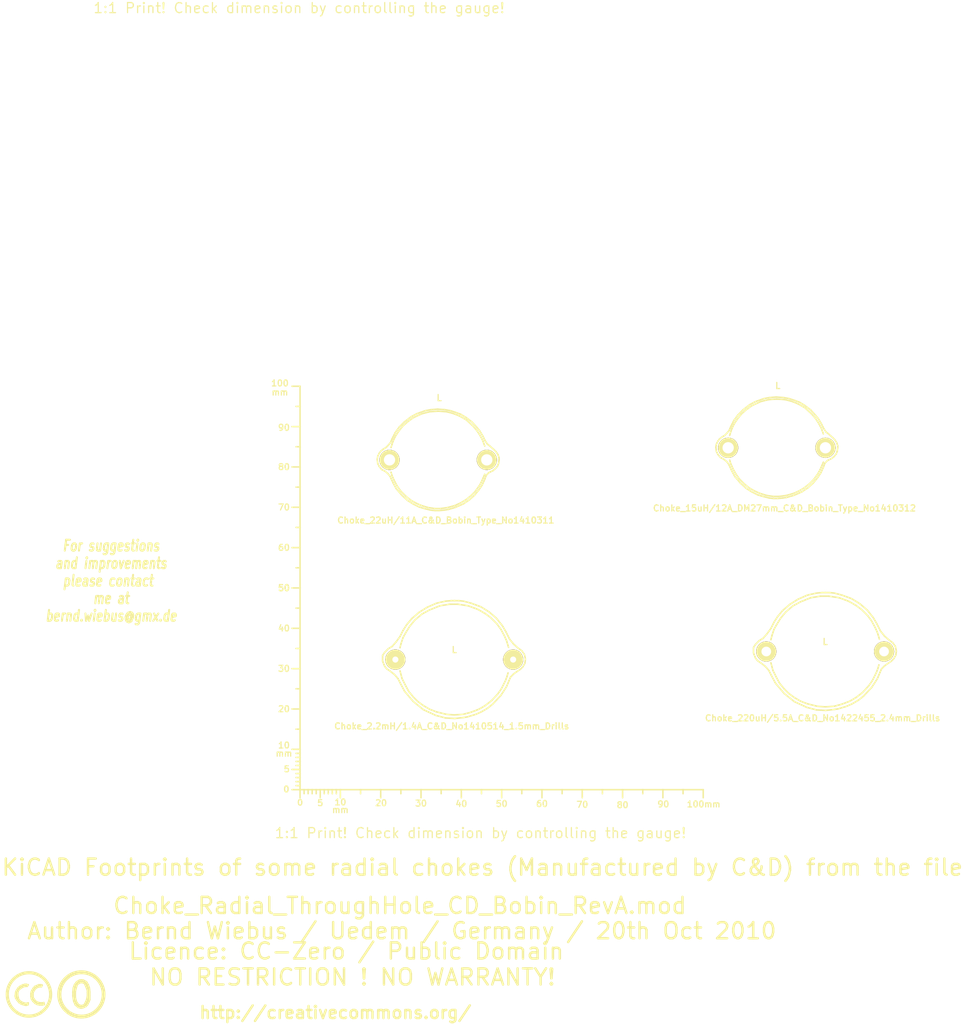
<source format=kicad_pcb>
(kicad_pcb (version 3) (host pcbnew "(2013-03-30 BZR 4007)-stable")

  (general
    (links 0)
    (no_connects 0)
    (area -4.90696 -58.199132 267.98147 197.6694)
    (thickness 1.6002)
    (drawings 8)
    (tracks 0)
    (zones 0)
    (modules 7)
    (nets 1)
  )

  (page A4)
  (layers
    (15 Vorderseite signal)
    (0 Rückseite signal)
    (16 B.Adhes user)
    (17 F.Adhes user)
    (18 B.Paste user)
    (19 F.Paste user)
    (20 B.SilkS user)
    (21 F.SilkS user)
    (22 B.Mask user)
    (23 F.Mask user)
    (24 Dwgs.User user)
    (25 Cmts.User user)
    (26 Eco1.User user)
    (27 Eco2.User user)
    (28 Edge.Cuts user)
  )

  (setup
    (last_trace_width 0.2032)
    (trace_clearance 0.254)
    (zone_clearance 0.508)
    (zone_45_only no)
    (trace_min 0.2032)
    (segment_width 0.381)
    (edge_width 0.381)
    (via_size 0.889)
    (via_drill 0.635)
    (via_min_size 0.889)
    (via_min_drill 0.508)
    (uvia_size 0.508)
    (uvia_drill 0.127)
    (uvias_allowed no)
    (uvia_min_size 0.508)
    (uvia_min_drill 0.127)
    (pcb_text_width 0.3048)
    (pcb_text_size 1.524 2.032)
    (mod_edge_width 0.381)
    (mod_text_size 1.524 1.524)
    (mod_text_width 0.3048)
    (pad_size 1.524 1.524)
    (pad_drill 0.8128)
    (pad_to_mask_clearance 0.254)
    (aux_axis_origin 0 0)
    (visible_elements 7FFFFFFF)
    (pcbplotparams
      (layerselection 3178497)
      (usegerberextensions true)
      (excludeedgelayer true)
      (linewidth 60)
      (plotframeref false)
      (viasonmask false)
      (mode 1)
      (useauxorigin false)
      (hpglpennumber 1)
      (hpglpenspeed 20)
      (hpglpendiameter 15)
      (hpglpenoverlay 0)
      (psnegative false)
      (psa4output false)
      (plotreference true)
      (plotvalue true)
      (plotothertext true)
      (plotinvisibletext false)
      (padsonsilk false)
      (subtractmaskfromsilk false)
      (outputformat 1)
      (mirror false)
      (drillshape 1)
      (scaleselection 1)
      (outputdirectory ""))
  )

  (net 0 "")

  (net_class Default "Dies ist die voreingestellte Netzklasse."
    (clearance 0.254)
    (trace_width 0.2032)
    (via_dia 0.889)
    (via_drill 0.635)
    (uvia_dia 0.508)
    (uvia_drill 0.127)
    (add_net "")
  )

  (module Gauge_100mm_Type2_SilkScreenTop_RevA_Date22Jun2010 (layer Vorderseite) (tedit 4D963937) (tstamp 4D88F07A)
    (at 100.25056 137.7494)
    (descr "Gauge, Massstab, 100mm, SilkScreenTop, Type 2,")
    (tags "Gauge, Massstab, 100mm, SilkScreenTop, Type 2,")
    (path Gauge_100mm_Type2_SilkScreenTop_RevA_Date22Jun2010)
    (fp_text reference MSC (at 4.0005 8.99922) (layer F.SilkS) hide
      (effects (font (size 1.524 1.524) (thickness 0.3048)))
    )
    (fp_text value Gauge_100mm_Type2_SilkScreenTop_RevA_Date22Jun2010 (at 45.9994 8.99922) (layer F.SilkS) hide
      (effects (font (size 1.524 1.524) (thickness 0.3048)))
    )
    (fp_text user mm (at 9.99998 5.00126) (layer F.SilkS)
      (effects (font (size 1.524 1.524) (thickness 0.3048)))
    )
    (fp_text user mm (at -4.0005 -8.99922) (layer F.SilkS)
      (effects (font (size 1.524 1.524) (thickness 0.3048)))
    )
    (fp_text user mm (at -5.00126 -98.5012) (layer F.SilkS)
      (effects (font (size 1.524 1.524) (thickness 0.3048)))
    )
    (fp_text user 10 (at 10.00506 3.0988) (layer F.SilkS)
      (effects (font (size 1.50114 1.50114) (thickness 0.29972)))
    )
    (fp_text user 0 (at 0.00508 3.19786) (layer F.SilkS)
      (effects (font (size 1.39954 1.50114) (thickness 0.29972)))
    )
    (fp_text user 5 (at 5.0038 3.29946) (layer F.SilkS)
      (effects (font (size 1.50114 1.50114) (thickness 0.29972)))
    )
    (fp_text user 20 (at 20.1041 3.29946) (layer F.SilkS)
      (effects (font (size 1.50114 1.50114) (thickness 0.29972)))
    )
    (fp_text user 30 (at 30.00502 3.39852) (layer F.SilkS)
      (effects (font (size 1.50114 1.50114) (thickness 0.29972)))
    )
    (fp_text user 40 (at 40.005 3.50012) (layer F.SilkS)
      (effects (font (size 1.50114 1.50114) (thickness 0.29972)))
    )
    (fp_text user 50 (at 50.00498 3.50012) (layer F.SilkS)
      (effects (font (size 1.50114 1.50114) (thickness 0.29972)))
    )
    (fp_text user 60 (at 60.00496 3.50012) (layer F.SilkS)
      (effects (font (size 1.50114 1.50114) (thickness 0.29972)))
    )
    (fp_text user 70 (at 70.00494 3.70078) (layer F.SilkS)
      (effects (font (size 1.50114 1.50114) (thickness 0.29972)))
    )
    (fp_text user 80 (at 80.00492 3.79984) (layer F.SilkS)
      (effects (font (size 1.50114 1.50114) (thickness 0.29972)))
    )
    (fp_text user 90 (at 90.1065 3.60172) (layer F.SilkS)
      (effects (font (size 1.50114 1.50114) (thickness 0.29972)))
    )
    (fp_text user 100mm (at 100.10648 3.60172) (layer F.SilkS)
      (effects (font (size 1.50114 1.50114) (thickness 0.29972)))
    )
    (fp_line (start 0 -8.99922) (end -1.00076 -8.99922) (layer F.SilkS) (width 0.381))
    (fp_line (start 0 -8.001) (end -1.00076 -8.001) (layer F.SilkS) (width 0.381))
    (fp_line (start 0 -7.00024) (end -1.00076 -7.00024) (layer F.SilkS) (width 0.381))
    (fp_line (start 0 -5.99948) (end -1.00076 -5.99948) (layer F.SilkS) (width 0.381))
    (fp_line (start 0 -4.0005) (end -1.00076 -4.0005) (layer F.SilkS) (width 0.381))
    (fp_line (start 0 -2.99974) (end -1.00076 -2.99974) (layer F.SilkS) (width 0.381))
    (fp_line (start 0 -1.99898) (end -1.00076 -1.99898) (layer F.SilkS) (width 0.381))
    (fp_line (start 0 -1.00076) (end -1.00076 -1.00076) (layer F.SilkS) (width 0.381))
    (fp_line (start 0 0) (end -1.99898 0) (layer F.SilkS) (width 0.381))
    (fp_line (start 0 -5.00126) (end -1.99898 -5.00126) (layer F.SilkS) (width 0.381))
    (fp_line (start 0 -9.99998) (end -1.99898 -9.99998) (layer F.SilkS) (width 0.381))
    (fp_line (start 0 -15.00124) (end -1.00076 -15.00124) (layer F.SilkS) (width 0.381))
    (fp_line (start 0 -19.99996) (end -1.99898 -19.99996) (layer F.SilkS) (width 0.381))
    (fp_line (start 0 -25.00122) (end -1.00076 -25.00122) (layer F.SilkS) (width 0.381))
    (fp_line (start 0 -29.99994) (end -1.99898 -29.99994) (layer F.SilkS) (width 0.381))
    (fp_line (start 0 -35.0012) (end -1.00076 -35.0012) (layer F.SilkS) (width 0.381))
    (fp_line (start 0 -39.99992) (end -1.99898 -39.99992) (layer F.SilkS) (width 0.381))
    (fp_line (start 0 -45.00118) (end -1.00076 -45.00118) (layer F.SilkS) (width 0.381))
    (fp_line (start 0 -49.9999) (end -1.99898 -49.9999) (layer F.SilkS) (width 0.381))
    (fp_line (start 0 -55.00116) (end -1.00076 -55.00116) (layer F.SilkS) (width 0.381))
    (fp_line (start 0 -59.99988) (end -1.99898 -59.99988) (layer F.SilkS) (width 0.381))
    (fp_line (start 0 -65.00114) (end -1.00076 -65.00114) (layer F.SilkS) (width 0.381))
    (fp_line (start 0 -69.99986) (end -1.99898 -69.99986) (layer F.SilkS) (width 0.381))
    (fp_line (start 0 -75.00112) (end -1.00076 -75.00112) (layer F.SilkS) (width 0.381))
    (fp_line (start 0 -79.99984) (end -1.99898 -79.99984) (layer F.SilkS) (width 0.381))
    (fp_line (start 0 -85.0011) (end -1.00076 -85.0011) (layer F.SilkS) (width 0.381))
    (fp_line (start 0 -89.99982) (end -1.99898 -89.99982) (layer F.SilkS) (width 0.381))
    (fp_line (start 0 -95.00108) (end -1.00076 -95.00108) (layer F.SilkS) (width 0.381))
    (fp_line (start 0 0) (end 0 -99.9998) (layer F.SilkS) (width 0.381))
    (fp_line (start 0 -99.9998) (end -1.99898 -99.9998) (layer F.SilkS) (width 0.381))
    (fp_text user 100 (at -4.99872 -100.7491) (layer F.SilkS)
      (effects (font (size 1.50114 1.50114) (thickness 0.29972)))
    )
    (fp_text user 90 (at -4.0005 -89.7509) (layer F.SilkS)
      (effects (font (size 1.50114 1.50114) (thickness 0.29972)))
    )
    (fp_text user 80 (at -4.0005 -79.99984) (layer F.SilkS)
      (effects (font (size 1.50114 1.50114) (thickness 0.29972)))
    )
    (fp_text user 70 (at -4.0005 -69.99986) (layer F.SilkS)
      (effects (font (size 1.50114 1.50114) (thickness 0.29972)))
    )
    (fp_text user 60 (at -4.0005 -59.99988) (layer F.SilkS)
      (effects (font (size 1.50114 1.50114) (thickness 0.29972)))
    )
    (fp_text user 50 (at -4.0005 -49.9999) (layer F.SilkS)
      (effects (font (size 1.50114 1.50114) (thickness 0.34036)))
    )
    (fp_text user 40 (at -4.0005 -39.99992) (layer F.SilkS)
      (effects (font (size 1.50114 1.50114) (thickness 0.29972)))
    )
    (fp_text user 30 (at -4.0005 -29.99994) (layer F.SilkS)
      (effects (font (size 1.50114 1.50114) (thickness 0.29972)))
    )
    (fp_text user 20 (at -4.0005 -19.99996) (layer F.SilkS)
      (effects (font (size 1.50114 1.50114) (thickness 0.29972)))
    )
    (fp_line (start 95.00108 0) (end 95.00108 1.00076) (layer F.SilkS) (width 0.381))
    (fp_line (start 89.99982 0) (end 89.99982 1.99898) (layer F.SilkS) (width 0.381))
    (fp_line (start 85.0011 0) (end 85.0011 1.00076) (layer F.SilkS) (width 0.381))
    (fp_line (start 79.99984 0) (end 79.99984 1.99898) (layer F.SilkS) (width 0.381))
    (fp_line (start 75.00112 0) (end 75.00112 1.00076) (layer F.SilkS) (width 0.381))
    (fp_line (start 69.99986 0) (end 69.99986 1.99898) (layer F.SilkS) (width 0.381))
    (fp_line (start 65.00114 0) (end 65.00114 1.00076) (layer F.SilkS) (width 0.381))
    (fp_line (start 59.99988 0) (end 59.99988 1.99898) (layer F.SilkS) (width 0.381))
    (fp_line (start 55.00116 0) (end 55.00116 1.00076) (layer F.SilkS) (width 0.381))
    (fp_line (start 49.9999 0) (end 49.9999 1.99898) (layer F.SilkS) (width 0.381))
    (fp_line (start 45.00118 0) (end 45.00118 1.00076) (layer F.SilkS) (width 0.381))
    (fp_line (start 39.99992 0) (end 39.99992 1.99898) (layer F.SilkS) (width 0.381))
    (fp_line (start 35.0012 0) (end 35.0012 1.00076) (layer F.SilkS) (width 0.381))
    (fp_line (start 29.99994 0) (end 29.99994 1.99898) (layer F.SilkS) (width 0.381))
    (fp_line (start 25.00122 0) (end 25.00122 1.00076) (layer F.SilkS) (width 0.381))
    (fp_line (start 19.99996 0) (end 19.99996 1.99898) (layer F.SilkS) (width 0.381))
    (fp_line (start 15.00124 0) (end 15.00124 1.00076) (layer F.SilkS) (width 0.381))
    (fp_line (start 9.99998 0) (end 99.9998 0) (layer F.SilkS) (width 0.381))
    (fp_line (start 99.9998 0) (end 99.9998 1.99898) (layer F.SilkS) (width 0.381))
    (fp_text user 5 (at -3.302 -5.10286) (layer F.SilkS)
      (effects (font (size 1.50114 1.50114) (thickness 0.29972)))
    )
    (fp_text user 0 (at -3.4036 -0.10414) (layer F.SilkS)
      (effects (font (size 1.50114 1.50114) (thickness 0.29972)))
    )
    (fp_text user 10 (at -4.0005 -11.00074) (layer F.SilkS)
      (effects (font (size 1.50114 1.50114) (thickness 0.29972)))
    )
    (fp_line (start 8.99922 0) (end 8.99922 1.00076) (layer F.SilkS) (width 0.381))
    (fp_line (start 8.001 0) (end 8.001 1.00076) (layer F.SilkS) (width 0.381))
    (fp_line (start 7.00024 0) (end 7.00024 1.00076) (layer F.SilkS) (width 0.381))
    (fp_line (start 5.99948 0) (end 5.99948 1.00076) (layer F.SilkS) (width 0.381))
    (fp_line (start 4.0005 0) (end 4.0005 1.00076) (layer F.SilkS) (width 0.381))
    (fp_line (start 2.99974 0) (end 2.99974 1.00076) (layer F.SilkS) (width 0.381))
    (fp_line (start 1.99898 0) (end 1.99898 1.00076) (layer F.SilkS) (width 0.381))
    (fp_line (start 1.00076 0) (end 1.00076 1.00076) (layer F.SilkS) (width 0.381))
    (fp_line (start 5.00126 0) (end 5.00126 1.99898) (layer F.SilkS) (width 0.381))
    (fp_line (start 0 0) (end 0 1.99898) (layer F.SilkS) (width 0.381))
    (fp_line (start 0 0) (end 9.99998 0) (layer F.SilkS) (width 0.381))
    (fp_line (start 9.99998 0) (end 9.99998 1.99898) (layer F.SilkS) (width 0.381))
  )

  (module Choke_Radial_27mm_2,8mm-Drills_CD_Bobin_Type_No1410311 (layer Vorderseite) (tedit 4BB24D05) (tstamp 515D74E4)
    (at 134.5 56)
    (descr "Choke, Radial, Bobin Type, Diameter, 27mm, 2.8mm Drill, C&D, No.1410311, 22uH, 11A,")
    (tags "Choke, Radial, Bobin Type, Diameter, 27mm, 2.8mm Drill, C&D, No.1410311, 22uH, 11A,")
    (fp_text reference L (at 0.254 -15.367) (layer F.SilkS)
      (effects (font (size 1.524 1.524) (thickness 0.3048)))
    )
    (fp_text value Choke_22uH/11A_C&D_Bobin_Type_No1410311 (at 1.905 14.986) (layer F.SilkS)
      (effects (font (size 1.524 1.524) (thickness 0.3048)))
    )
    (fp_line (start -11.684 -3.048) (end -11.43 -3.937) (layer F.SilkS) (width 0.381))
    (fp_line (start -11.43 -3.937) (end -11.049 -4.953) (layer F.SilkS) (width 0.381))
    (fp_line (start -11.049 -4.953) (end -10.541 -5.969) (layer F.SilkS) (width 0.381))
    (fp_line (start -10.541 -5.969) (end -9.779 -7.112) (layer F.SilkS) (width 0.381))
    (fp_line (start -9.779 -7.112) (end -8.763 -8.382) (layer F.SilkS) (width 0.381))
    (fp_line (start -8.763 -8.382) (end -7.62 -9.398) (layer F.SilkS) (width 0.381))
    (fp_line (start -7.62 -9.398) (end -6.223 -10.414) (layer F.SilkS) (width 0.381))
    (fp_line (start -6.223 -10.414) (end -4.064 -11.43) (layer F.SilkS) (width 0.381))
    (fp_line (start -4.064 -11.43) (end -2.032 -11.938) (layer F.SilkS) (width 0.381))
    (fp_line (start -2.032 -11.938) (end 0 -12.065) (layer F.SilkS) (width 0.381))
    (fp_line (start 0 -12.065) (end 2.032 -11.938) (layer F.SilkS) (width 0.381))
    (fp_line (start 2.032 -11.938) (end 3.556 -11.557) (layer F.SilkS) (width 0.381))
    (fp_line (start 3.556 -11.557) (end 5.207 -10.922) (layer F.SilkS) (width 0.381))
    (fp_line (start 5.207 -10.922) (end 6.985 -9.906) (layer F.SilkS) (width 0.381))
    (fp_line (start 6.985 -9.906) (end 8.509 -8.509) (layer F.SilkS) (width 0.381))
    (fp_line (start 8.509 -8.509) (end 9.525 -7.366) (layer F.SilkS) (width 0.381))
    (fp_line (start 9.525 -7.366) (end 10.287 -6.223) (layer F.SilkS) (width 0.381))
    (fp_line (start 10.287 -6.223) (end 11.049 -4.826) (layer F.SilkS) (width 0.381))
    (fp_line (start 11.049 -4.826) (end 11.557 -3.429) (layer F.SilkS) (width 0.381))
    (fp_line (start 11.557 3.556) (end 11.176 4.445) (layer F.SilkS) (width 0.381))
    (fp_line (start 11.176 4.445) (end 10.668 5.588) (layer F.SilkS) (width 0.381))
    (fp_line (start 10.668 5.588) (end 10.16 6.477) (layer F.SilkS) (width 0.381))
    (fp_line (start 10.16 6.477) (end 9.144 7.874) (layer F.SilkS) (width 0.381))
    (fp_line (start 9.144 7.874) (end 8.128 8.89) (layer F.SilkS) (width 0.381))
    (fp_line (start 8.128 8.89) (end 6.858 9.906) (layer F.SilkS) (width 0.381))
    (fp_line (start 6.858 9.906) (end 5.588 10.668) (layer F.SilkS) (width 0.381))
    (fp_line (start 5.588 10.668) (end 4.191 11.303) (layer F.SilkS) (width 0.381))
    (fp_line (start 4.191 11.303) (end 2.413 11.811) (layer F.SilkS) (width 0.381))
    (fp_line (start 2.413 11.811) (end 0.635 12.065) (layer F.SilkS) (width 0.381))
    (fp_line (start 0.635 12.065) (end -0.889 12.065) (layer F.SilkS) (width 0.381))
    (fp_line (start -0.889 12.065) (end -2.54 11.811) (layer F.SilkS) (width 0.381))
    (fp_line (start -2.54 11.811) (end -4.191 11.303) (layer F.SilkS) (width 0.381))
    (fp_line (start -4.191 11.303) (end -5.588 10.668) (layer F.SilkS) (width 0.381))
    (fp_line (start -5.588 10.668) (end -6.731 10.033) (layer F.SilkS) (width 0.381))
    (fp_line (start -6.731 10.033) (end -8.001 9.017) (layer F.SilkS) (width 0.381))
    (fp_line (start -8.001 9.017) (end -9.271 7.747) (layer F.SilkS) (width 0.381))
    (fp_line (start -9.271 7.747) (end -10.16 6.477) (layer F.SilkS) (width 0.381))
    (fp_line (start -10.16 6.477) (end -10.795 5.334) (layer F.SilkS) (width 0.381))
    (fp_line (start -10.795 5.334) (end -11.43 3.937) (layer F.SilkS) (width 0.381))
    (fp_line (start -11.43 3.937) (end -11.684 3.048) (layer F.SilkS) (width 0.381))
    (fp_line (start 15.113 0) (end 14.986 0.889) (layer F.SilkS) (width 0.381))
    (fp_line (start 14.986 0.889) (end 14.732 1.524) (layer F.SilkS) (width 0.381))
    (fp_line (start 14.732 1.524) (end 14.224 2.159) (layer F.SilkS) (width 0.381))
    (fp_line (start 14.224 2.159) (end 13.589 2.667) (layer F.SilkS) (width 0.381))
    (fp_line (start 13.589 2.667) (end 12.573 3.175) (layer F.SilkS) (width 0.381))
    (fp_line (start 12.573 3.175) (end 11.938 3.81) (layer F.SilkS) (width 0.381))
    (fp_line (start 11.938 3.81) (end 11.557 4.826) (layer F.SilkS) (width 0.381))
    (fp_line (start 11.557 4.826) (end 10.922 6.223) (layer F.SilkS) (width 0.381))
    (fp_line (start 10.922 6.223) (end 10.16 7.366) (layer F.SilkS) (width 0.381))
    (fp_line (start 10.16 7.366) (end 9.017 8.763) (layer F.SilkS) (width 0.381))
    (fp_line (start 9.017 8.763) (end 7.747 9.906) (layer F.SilkS) (width 0.381))
    (fp_line (start 7.747 9.906) (end 6.223 10.922) (layer F.SilkS) (width 0.381))
    (fp_line (start 6.223 10.922) (end 4.191 11.811) (layer F.SilkS) (width 0.381))
    (fp_line (start 4.191 11.811) (end 2.413 12.319) (layer F.SilkS) (width 0.381))
    (fp_line (start 2.413 12.319) (end 1.524 12.446) (layer F.SilkS) (width 0.381))
    (fp_line (start 1.524 12.446) (end 0.254 12.573) (layer F.SilkS) (width 0.381))
    (fp_line (start 0.254 12.573) (end -0.762 12.573) (layer F.SilkS) (width 0.381))
    (fp_line (start -0.762 12.573) (end -1.905 12.446) (layer F.SilkS) (width 0.381))
    (fp_line (start -1.905 12.446) (end -3.429 12.065) (layer F.SilkS) (width 0.381))
    (fp_line (start -3.429 12.065) (end -4.699 11.684) (layer F.SilkS) (width 0.381))
    (fp_line (start -4.699 11.684) (end -6.223 10.922) (layer F.SilkS) (width 0.381))
    (fp_line (start -6.223 10.922) (end -7.62 10.033) (layer F.SilkS) (width 0.381))
    (fp_line (start -7.62 10.033) (end -9.017 8.763) (layer F.SilkS) (width 0.381))
    (fp_line (start -9.017 8.763) (end -10.414 7.112) (layer F.SilkS) (width 0.381))
    (fp_line (start -10.414 7.112) (end -11.176 5.715) (layer F.SilkS) (width 0.381))
    (fp_line (start -11.176 5.715) (end -11.938 4.064) (layer F.SilkS) (width 0.381))
    (fp_line (start -11.938 4.064) (end -12.446 3.429) (layer F.SilkS) (width 0.381))
    (fp_line (start -12.446 3.429) (end -13.208 2.794) (layer F.SilkS) (width 0.381))
    (fp_line (start -13.208 2.794) (end -13.97 2.413) (layer F.SilkS) (width 0.381))
    (fp_line (start -13.97 2.413) (end -14.605 1.651) (layer F.SilkS) (width 0.381))
    (fp_line (start -14.605 1.651) (end -14.986 0.889) (layer F.SilkS) (width 0.381))
    (fp_line (start -14.986 0.889) (end -15.113 -0.127) (layer F.SilkS) (width 0.381))
    (fp_line (start -15.113 -0.127) (end -14.986 -0.889) (layer F.SilkS) (width 0.381))
    (fp_line (start -14.986 -0.889) (end -14.605 -1.651) (layer F.SilkS) (width 0.381))
    (fp_line (start -14.605 -1.651) (end -14.224 -2.159) (layer F.SilkS) (width 0.381))
    (fp_line (start -14.224 -2.159) (end -13.589 -2.667) (layer F.SilkS) (width 0.381))
    (fp_line (start -13.589 -2.667) (end -12.954 -3.048) (layer F.SilkS) (width 0.381))
    (fp_line (start -12.954 -3.048) (end -12.319 -3.683) (layer F.SilkS) (width 0.381))
    (fp_line (start -12.319 -3.683) (end -11.811 -4.318) (layer F.SilkS) (width 0.381))
    (fp_line (start -11.811 -4.318) (end -11.43 -5.207) (layer F.SilkS) (width 0.381))
    (fp_line (start -11.43 -5.207) (end -10.668 -6.731) (layer F.SilkS) (width 0.381))
    (fp_line (start -10.668 -6.731) (end -9.652 -8.128) (layer F.SilkS) (width 0.381))
    (fp_line (start -9.652 -8.128) (end -8.382 -9.398) (layer F.SilkS) (width 0.381))
    (fp_line (start -8.382 -9.398) (end -6.731 -10.668) (layer F.SilkS) (width 0.381))
    (fp_line (start -6.731 -10.668) (end -5.334 -11.43) (layer F.SilkS) (width 0.381))
    (fp_line (start -5.334 -11.43) (end -3.175 -12.192) (layer F.SilkS) (width 0.381))
    (fp_line (start -3.175 -12.192) (end -1.778 -12.446) (layer F.SilkS) (width 0.381))
    (fp_line (start -1.778 -12.446) (end -0.127 -12.573) (layer F.SilkS) (width 0.381))
    (fp_line (start -0.127 -12.573) (end 1.651 -12.446) (layer F.SilkS) (width 0.381))
    (fp_line (start 1.651 -12.446) (end 3.048 -12.192) (layer F.SilkS) (width 0.381))
    (fp_line (start 3.048 -12.192) (end 4.572 -11.684) (layer F.SilkS) (width 0.381))
    (fp_line (start 4.572 -11.684) (end 5.588 -11.303) (layer F.SilkS) (width 0.381))
    (fp_line (start 5.588 -11.303) (end 6.858 -10.541) (layer F.SilkS) (width 0.381))
    (fp_line (start 6.858 -10.541) (end 8.382 -9.398) (layer F.SilkS) (width 0.381))
    (fp_line (start 8.382 -9.398) (end 9.652 -8.001) (layer F.SilkS) (width 0.381))
    (fp_line (start 9.652 -8.001) (end 10.287 -7.239) (layer F.SilkS) (width 0.381))
    (fp_line (start 10.287 -7.239) (end 11.049 -5.969) (layer F.SilkS) (width 0.381))
    (fp_line (start 11.049 -5.969) (end 11.684 -4.699) (layer F.SilkS) (width 0.381))
    (fp_line (start 11.684 -4.699) (end 12.192 -3.937) (layer F.SilkS) (width 0.381))
    (fp_line (start 12.192 -3.937) (end 12.827 -3.429) (layer F.SilkS) (width 0.381))
    (fp_line (start 12.827 -3.429) (end 13.843 -2.54) (layer F.SilkS) (width 0.381))
    (fp_line (start 13.843 -2.54) (end 14.351 -2.032) (layer F.SilkS) (width 0.381))
    (fp_line (start 14.351 -2.032) (end 14.859 -1.27) (layer F.SilkS) (width 0.381))
    (fp_line (start 14.859 -1.27) (end 15.113 -0.508) (layer F.SilkS) (width 0.381))
    (fp_line (start 15.113 -0.508) (end 15.113 0) (layer F.SilkS) (width 0.381))
    (pad 1 thru_hole circle (at 12.065 0) (size 5.00126 5.00126) (drill 2.79908)
      (layers *.Cu *.Mask F.SilkS)
    )
    (pad 2 thru_hole circle (at -12.065 0) (size 5.00126 5.00126) (drill 2.79908)
      (layers *.Cu *.Mask F.SilkS)
    )
  )

  (module Choke_Radial_27mm_2,8mm-Drills_CD_Bobin_Type_No1410312 (layer Vorderseite) (tedit 4BB24D05) (tstamp 515D7843)
    (at 218.5 53)
    (descr "Choke, Radial, Bobin Type, Diameter, 27mm, 2.8mm Drill, C&D, No.1410312, 15uH, 12A,")
    (tags "Choke, Radial, Bobin Type, Diameter, 27mm, 2.8mm Drill, C&D, No.1410312, 15uH, 12A,")
    (fp_text reference L (at 0.254 -15.367) (layer F.SilkS)
      (effects (font (size 1.524 1.524) (thickness 0.3048)))
    )
    (fp_text value Choke_15uH/12A_DM27mm_C&D_Bobin_Type_No1410312 (at 1.905 14.986) (layer F.SilkS)
      (effects (font (size 1.524 1.524) (thickness 0.3048)))
    )
    (fp_line (start -11.684 -3.048) (end -11.43 -3.937) (layer F.SilkS) (width 0.381))
    (fp_line (start -11.43 -3.937) (end -11.049 -4.953) (layer F.SilkS) (width 0.381))
    (fp_line (start -11.049 -4.953) (end -10.541 -5.969) (layer F.SilkS) (width 0.381))
    (fp_line (start -10.541 -5.969) (end -9.779 -7.112) (layer F.SilkS) (width 0.381))
    (fp_line (start -9.779 -7.112) (end -8.763 -8.382) (layer F.SilkS) (width 0.381))
    (fp_line (start -8.763 -8.382) (end -7.62 -9.398) (layer F.SilkS) (width 0.381))
    (fp_line (start -7.62 -9.398) (end -6.223 -10.414) (layer F.SilkS) (width 0.381))
    (fp_line (start -6.223 -10.414) (end -4.064 -11.43) (layer F.SilkS) (width 0.381))
    (fp_line (start -4.064 -11.43) (end -2.032 -11.938) (layer F.SilkS) (width 0.381))
    (fp_line (start -2.032 -11.938) (end 0 -12.065) (layer F.SilkS) (width 0.381))
    (fp_line (start 0 -12.065) (end 2.032 -11.938) (layer F.SilkS) (width 0.381))
    (fp_line (start 2.032 -11.938) (end 3.556 -11.557) (layer F.SilkS) (width 0.381))
    (fp_line (start 3.556 -11.557) (end 5.207 -10.922) (layer F.SilkS) (width 0.381))
    (fp_line (start 5.207 -10.922) (end 6.985 -9.906) (layer F.SilkS) (width 0.381))
    (fp_line (start 6.985 -9.906) (end 8.509 -8.509) (layer F.SilkS) (width 0.381))
    (fp_line (start 8.509 -8.509) (end 9.525 -7.366) (layer F.SilkS) (width 0.381))
    (fp_line (start 9.525 -7.366) (end 10.287 -6.223) (layer F.SilkS) (width 0.381))
    (fp_line (start 10.287 -6.223) (end 11.049 -4.826) (layer F.SilkS) (width 0.381))
    (fp_line (start 11.049 -4.826) (end 11.557 -3.429) (layer F.SilkS) (width 0.381))
    (fp_line (start 11.557 3.556) (end 11.176 4.445) (layer F.SilkS) (width 0.381))
    (fp_line (start 11.176 4.445) (end 10.668 5.588) (layer F.SilkS) (width 0.381))
    (fp_line (start 10.668 5.588) (end 10.16 6.477) (layer F.SilkS) (width 0.381))
    (fp_line (start 10.16 6.477) (end 9.144 7.874) (layer F.SilkS) (width 0.381))
    (fp_line (start 9.144 7.874) (end 8.128 8.89) (layer F.SilkS) (width 0.381))
    (fp_line (start 8.128 8.89) (end 6.858 9.906) (layer F.SilkS) (width 0.381))
    (fp_line (start 6.858 9.906) (end 5.588 10.668) (layer F.SilkS) (width 0.381))
    (fp_line (start 5.588 10.668) (end 4.191 11.303) (layer F.SilkS) (width 0.381))
    (fp_line (start 4.191 11.303) (end 2.413 11.811) (layer F.SilkS) (width 0.381))
    (fp_line (start 2.413 11.811) (end 0.635 12.065) (layer F.SilkS) (width 0.381))
    (fp_line (start 0.635 12.065) (end -0.889 12.065) (layer F.SilkS) (width 0.381))
    (fp_line (start -0.889 12.065) (end -2.54 11.811) (layer F.SilkS) (width 0.381))
    (fp_line (start -2.54 11.811) (end -4.191 11.303) (layer F.SilkS) (width 0.381))
    (fp_line (start -4.191 11.303) (end -5.588 10.668) (layer F.SilkS) (width 0.381))
    (fp_line (start -5.588 10.668) (end -6.731 10.033) (layer F.SilkS) (width 0.381))
    (fp_line (start -6.731 10.033) (end -8.001 9.017) (layer F.SilkS) (width 0.381))
    (fp_line (start -8.001 9.017) (end -9.271 7.747) (layer F.SilkS) (width 0.381))
    (fp_line (start -9.271 7.747) (end -10.16 6.477) (layer F.SilkS) (width 0.381))
    (fp_line (start -10.16 6.477) (end -10.795 5.334) (layer F.SilkS) (width 0.381))
    (fp_line (start -10.795 5.334) (end -11.43 3.937) (layer F.SilkS) (width 0.381))
    (fp_line (start -11.43 3.937) (end -11.684 3.048) (layer F.SilkS) (width 0.381))
    (fp_line (start 15.113 0) (end 14.986 0.889) (layer F.SilkS) (width 0.381))
    (fp_line (start 14.986 0.889) (end 14.732 1.524) (layer F.SilkS) (width 0.381))
    (fp_line (start 14.732 1.524) (end 14.224 2.159) (layer F.SilkS) (width 0.381))
    (fp_line (start 14.224 2.159) (end 13.589 2.667) (layer F.SilkS) (width 0.381))
    (fp_line (start 13.589 2.667) (end 12.573 3.175) (layer F.SilkS) (width 0.381))
    (fp_line (start 12.573 3.175) (end 11.938 3.81) (layer F.SilkS) (width 0.381))
    (fp_line (start 11.938 3.81) (end 11.557 4.826) (layer F.SilkS) (width 0.381))
    (fp_line (start 11.557 4.826) (end 10.922 6.223) (layer F.SilkS) (width 0.381))
    (fp_line (start 10.922 6.223) (end 10.16 7.366) (layer F.SilkS) (width 0.381))
    (fp_line (start 10.16 7.366) (end 9.017 8.763) (layer F.SilkS) (width 0.381))
    (fp_line (start 9.017 8.763) (end 7.747 9.906) (layer F.SilkS) (width 0.381))
    (fp_line (start 7.747 9.906) (end 6.223 10.922) (layer F.SilkS) (width 0.381))
    (fp_line (start 6.223 10.922) (end 4.191 11.811) (layer F.SilkS) (width 0.381))
    (fp_line (start 4.191 11.811) (end 2.413 12.319) (layer F.SilkS) (width 0.381))
    (fp_line (start 2.413 12.319) (end 1.524 12.446) (layer F.SilkS) (width 0.381))
    (fp_line (start 1.524 12.446) (end 0.254 12.573) (layer F.SilkS) (width 0.381))
    (fp_line (start 0.254 12.573) (end -0.762 12.573) (layer F.SilkS) (width 0.381))
    (fp_line (start -0.762 12.573) (end -1.905 12.446) (layer F.SilkS) (width 0.381))
    (fp_line (start -1.905 12.446) (end -3.429 12.065) (layer F.SilkS) (width 0.381))
    (fp_line (start -3.429 12.065) (end -4.699 11.684) (layer F.SilkS) (width 0.381))
    (fp_line (start -4.699 11.684) (end -6.223 10.922) (layer F.SilkS) (width 0.381))
    (fp_line (start -6.223 10.922) (end -7.62 10.033) (layer F.SilkS) (width 0.381))
    (fp_line (start -7.62 10.033) (end -9.017 8.763) (layer F.SilkS) (width 0.381))
    (fp_line (start -9.017 8.763) (end -10.414 7.112) (layer F.SilkS) (width 0.381))
    (fp_line (start -10.414 7.112) (end -11.176 5.715) (layer F.SilkS) (width 0.381))
    (fp_line (start -11.176 5.715) (end -11.938 4.064) (layer F.SilkS) (width 0.381))
    (fp_line (start -11.938 4.064) (end -12.446 3.429) (layer F.SilkS) (width 0.381))
    (fp_line (start -12.446 3.429) (end -13.208 2.794) (layer F.SilkS) (width 0.381))
    (fp_line (start -13.208 2.794) (end -13.97 2.413) (layer F.SilkS) (width 0.381))
    (fp_line (start -13.97 2.413) (end -14.605 1.651) (layer F.SilkS) (width 0.381))
    (fp_line (start -14.605 1.651) (end -14.986 0.889) (layer F.SilkS) (width 0.381))
    (fp_line (start -14.986 0.889) (end -15.113 -0.127) (layer F.SilkS) (width 0.381))
    (fp_line (start -15.113 -0.127) (end -14.986 -0.889) (layer F.SilkS) (width 0.381))
    (fp_line (start -14.986 -0.889) (end -14.605 -1.651) (layer F.SilkS) (width 0.381))
    (fp_line (start -14.605 -1.651) (end -14.224 -2.159) (layer F.SilkS) (width 0.381))
    (fp_line (start -14.224 -2.159) (end -13.589 -2.667) (layer F.SilkS) (width 0.381))
    (fp_line (start -13.589 -2.667) (end -12.954 -3.048) (layer F.SilkS) (width 0.381))
    (fp_line (start -12.954 -3.048) (end -12.319 -3.683) (layer F.SilkS) (width 0.381))
    (fp_line (start -12.319 -3.683) (end -11.811 -4.318) (layer F.SilkS) (width 0.381))
    (fp_line (start -11.811 -4.318) (end -11.43 -5.207) (layer F.SilkS) (width 0.381))
    (fp_line (start -11.43 -5.207) (end -10.668 -6.731) (layer F.SilkS) (width 0.381))
    (fp_line (start -10.668 -6.731) (end -9.652 -8.128) (layer F.SilkS) (width 0.381))
    (fp_line (start -9.652 -8.128) (end -8.382 -9.398) (layer F.SilkS) (width 0.381))
    (fp_line (start -8.382 -9.398) (end -6.731 -10.668) (layer F.SilkS) (width 0.381))
    (fp_line (start -6.731 -10.668) (end -5.334 -11.43) (layer F.SilkS) (width 0.381))
    (fp_line (start -5.334 -11.43) (end -3.175 -12.192) (layer F.SilkS) (width 0.381))
    (fp_line (start -3.175 -12.192) (end -1.778 -12.446) (layer F.SilkS) (width 0.381))
    (fp_line (start -1.778 -12.446) (end -0.127 -12.573) (layer F.SilkS) (width 0.381))
    (fp_line (start -0.127 -12.573) (end 1.651 -12.446) (layer F.SilkS) (width 0.381))
    (fp_line (start 1.651 -12.446) (end 3.048 -12.192) (layer F.SilkS) (width 0.381))
    (fp_line (start 3.048 -12.192) (end 4.572 -11.684) (layer F.SilkS) (width 0.381))
    (fp_line (start 4.572 -11.684) (end 5.588 -11.303) (layer F.SilkS) (width 0.381))
    (fp_line (start 5.588 -11.303) (end 6.858 -10.541) (layer F.SilkS) (width 0.381))
    (fp_line (start 6.858 -10.541) (end 8.382 -9.398) (layer F.SilkS) (width 0.381))
    (fp_line (start 8.382 -9.398) (end 9.652 -8.001) (layer F.SilkS) (width 0.381))
    (fp_line (start 9.652 -8.001) (end 10.287 -7.239) (layer F.SilkS) (width 0.381))
    (fp_line (start 10.287 -7.239) (end 11.049 -5.969) (layer F.SilkS) (width 0.381))
    (fp_line (start 11.049 -5.969) (end 11.684 -4.699) (layer F.SilkS) (width 0.381))
    (fp_line (start 11.684 -4.699) (end 12.192 -3.937) (layer F.SilkS) (width 0.381))
    (fp_line (start 12.192 -3.937) (end 12.827 -3.429) (layer F.SilkS) (width 0.381))
    (fp_line (start 12.827 -3.429) (end 13.843 -2.54) (layer F.SilkS) (width 0.381))
    (fp_line (start 13.843 -2.54) (end 14.351 -2.032) (layer F.SilkS) (width 0.381))
    (fp_line (start 14.351 -2.032) (end 14.859 -1.27) (layer F.SilkS) (width 0.381))
    (fp_line (start 14.859 -1.27) (end 15.113 -0.508) (layer F.SilkS) (width 0.381))
    (fp_line (start 15.113 -0.508) (end 15.113 0) (layer F.SilkS) (width 0.381))
    (pad 1 thru_hole circle (at 12.065 0) (size 5.00126 5.00126) (drill 2.79908)
      (layers *.Cu *.Mask F.SilkS)
    )
    (pad 2 thru_hole circle (at -12.065 0) (size 5.00126 5.00126) (drill 2.79908)
      (layers *.Cu *.Mask F.SilkS)
    )
  )

  (module Choke_Radial_31mm_1.5mm-Drills_CD_Bobin_Type_No1410514 (layer Vorderseite) (tedit 4BB24714) (tstamp 515D7B90)
    (at 138.5 105.5)
    (descr "Choke, Radial, Bobin Type, Diameter, 31mm, 1.5mm Drill,C&D, No.1410514,  2.2mH, 1.4A,")
    (tags "Choke, Radial, Bobin Type, Diameter 31mm, C&D, No.1410514, Drossel, Spule, Durchmesser, 1.5mm Drill, Bohrung, 2.2mH, 1.4A,")
    (fp_text reference L (at 0 -2.413) (layer F.SilkS)
      (effects (font (size 1.524 1.524) (thickness 0.3048)))
    )
    (fp_text value Choke_2.2mH/1.4A_C&D_No1410514_1.5mm_Drills (at -0.635 16.51) (layer F.SilkS)
      (effects (font (size 1.524 1.524) (thickness 0.3048)))
    )
    (fp_line (start -13.462 -2.921) (end -13.208 -3.937) (layer F.SilkS) (width 0.381))
    (fp_line (start -13.208 -3.937) (end -12.7 -5.461) (layer F.SilkS) (width 0.381))
    (fp_line (start -12.7 -5.461) (end -12.065 -6.604) (layer F.SilkS) (width 0.381))
    (fp_line (start -12.065 -6.604) (end -11.049 -8.255) (layer F.SilkS) (width 0.381))
    (fp_line (start -11.049 -8.255) (end -9.779 -9.779) (layer F.SilkS) (width 0.381))
    (fp_line (start -9.779 -9.779) (end -8.001 -11.303) (layer F.SilkS) (width 0.381))
    (fp_line (start -8.001 -11.303) (end -6.096 -12.319) (layer F.SilkS) (width 0.381))
    (fp_line (start -6.096 -12.319) (end -3.556 -13.335) (layer F.SilkS) (width 0.381))
    (fp_line (start -3.556 -13.335) (end -1.143 -13.716) (layer F.SilkS) (width 0.381))
    (fp_line (start -1.143 -13.716) (end 0.889 -13.716) (layer F.SilkS) (width 0.381))
    (fp_line (start 0.889 -13.716) (end 3.429 -13.335) (layer F.SilkS) (width 0.381))
    (fp_line (start 3.429 -13.335) (end 5.842 -12.446) (layer F.SilkS) (width 0.381))
    (fp_line (start 5.842 -12.446) (end 7.62 -11.43) (layer F.SilkS) (width 0.381))
    (fp_line (start 7.62 -11.43) (end 9.017 -10.414) (layer F.SilkS) (width 0.381))
    (fp_line (start 9.017 -10.414) (end 10.541 -8.89) (layer F.SilkS) (width 0.381))
    (fp_line (start 10.541 -8.89) (end 11.557 -7.493) (layer F.SilkS) (width 0.381))
    (fp_line (start 11.557 -7.493) (end 12.446 -5.842) (layer F.SilkS) (width 0.381))
    (fp_line (start 12.446 -5.842) (end 12.954 -4.699) (layer F.SilkS) (width 0.381))
    (fp_line (start 12.954 -4.699) (end 13.462 -3.048) (layer F.SilkS) (width 0.381))
    (fp_line (start 4.064 13.081) (end 2.159 13.589) (layer F.SilkS) (width 0.381))
    (fp_line (start 2.159 13.589) (end 0 13.716) (layer F.SilkS) (width 0.381))
    (fp_line (start 0 13.716) (end -1.905 13.589) (layer F.SilkS) (width 0.381))
    (fp_line (start -1.905 13.589) (end -4.445 12.954) (layer F.SilkS) (width 0.381))
    (fp_line (start -4.445 12.954) (end -6.096 12.319) (layer F.SilkS) (width 0.381))
    (fp_line (start -6.096 12.319) (end -7.62 11.43) (layer F.SilkS) (width 0.381))
    (fp_line (start -7.62 11.43) (end -9.017 10.414) (layer F.SilkS) (width 0.381))
    (fp_line (start -9.017 10.414) (end -10.16 9.271) (layer F.SilkS) (width 0.381))
    (fp_line (start -10.16 9.271) (end -11.303 7.874) (layer F.SilkS) (width 0.381))
    (fp_line (start -11.303 7.874) (end -12.065 6.477) (layer F.SilkS) (width 0.381))
    (fp_line (start -12.065 6.477) (end -12.954 4.699) (layer F.SilkS) (width 0.381))
    (fp_line (start -12.954 4.699) (end -13.462 2.794) (layer F.SilkS) (width 0.381))
    (fp_line (start 13.335 3.302) (end 13.081 4.191) (layer F.SilkS) (width 0.381))
    (fp_line (start 13.081 4.191) (end 12.7 5.207) (layer F.SilkS) (width 0.381))
    (fp_line (start 12.7 5.207) (end 11.684 7.239) (layer F.SilkS) (width 0.381))
    (fp_line (start 11.684 7.239) (end 10.795 8.509) (layer F.SilkS) (width 0.381))
    (fp_line (start 10.795 8.509) (end 9.271 10.16) (layer F.SilkS) (width 0.381))
    (fp_line (start 9.271 10.16) (end 7.62 11.43) (layer F.SilkS) (width 0.381))
    (fp_line (start 7.62 11.43) (end 6.096 12.319) (layer F.SilkS) (width 0.381))
    (fp_line (start 6.096 12.319) (end 4.064 13.081) (layer F.SilkS) (width 0.381))
    (fp_line (start 9.525 11.049) (end 8.255 12.065) (layer F.SilkS) (width 0.381))
    (fp_line (start 8.255 12.065) (end 6.731 12.954) (layer F.SilkS) (width 0.381))
    (fp_line (start 6.731 12.954) (end 5.334 13.589) (layer F.SilkS) (width 0.381))
    (fp_line (start 5.334 13.589) (end 3.175 14.224) (layer F.SilkS) (width 0.381))
    (fp_line (start 3.175 14.224) (end 2.413 14.351) (layer F.SilkS) (width 0.381))
    (fp_line (start 2.413 14.351) (end 0.127 14.605) (layer F.SilkS) (width 0.381))
    (fp_line (start 0.127 14.605) (end -2.159 14.478) (layer F.SilkS) (width 0.381))
    (fp_line (start -2.159 14.478) (end -4.572 13.843) (layer F.SilkS) (width 0.381))
    (fp_line (start -4.572 13.843) (end -7.62 12.446) (layer F.SilkS) (width 0.381))
    (fp_line (start -7.62 12.446) (end -10.16 10.414) (layer F.SilkS) (width 0.381))
    (fp_line (start -10.16 10.414) (end -12.319 7.874) (layer F.SilkS) (width 0.381))
    (fp_line (start -12.319 7.874) (end -13.335 5.969) (layer F.SilkS) (width 0.381))
    (fp_line (start -13.335 5.969) (end -13.97 4.699) (layer F.SilkS) (width 0.381))
    (fp_line (start -13.97 4.699) (end -14.859 3.683) (layer F.SilkS) (width 0.381))
    (fp_line (start -14.859 3.683) (end -16.002 2.794) (layer F.SilkS) (width 0.381))
    (fp_line (start -16.002 2.794) (end -16.764 2.286) (layer F.SilkS) (width 0.381))
    (fp_line (start -16.764 2.286) (end -17.272 1.651) (layer F.SilkS) (width 0.381))
    (fp_line (start -17.272 1.651) (end -17.78 0.381) (layer F.SilkS) (width 0.381))
    (fp_line (start -17.78 0.381) (end -17.78 -1.016) (layer F.SilkS) (width 0.381))
    (fp_line (start -17.78 -1.016) (end -17.272 -1.778) (layer F.SilkS) (width 0.381))
    (fp_line (start -17.272 -1.778) (end -16.383 -2.667) (layer F.SilkS) (width 0.381))
    (fp_line (start -16.383 -2.667) (end -15.367 -3.302) (layer F.SilkS) (width 0.381))
    (fp_line (start -15.367 -3.302) (end -14.478 -4.318) (layer F.SilkS) (width 0.381))
    (fp_line (start -14.478 -4.318) (end -13.462 -5.715) (layer F.SilkS) (width 0.381))
    (fp_line (start -13.462 -5.715) (end -12.7 -7.239) (layer F.SilkS) (width 0.381))
    (fp_line (start -12.7 -7.239) (end -11.811 -8.636) (layer F.SilkS) (width 0.381))
    (fp_line (start -11.811 -8.636) (end -10.541 -10.16) (layer F.SilkS) (width 0.381))
    (fp_line (start -10.541 -10.16) (end -8.763 -11.684) (layer F.SilkS) (width 0.381))
    (fp_line (start -8.763 -11.684) (end -6.731 -12.954) (layer F.SilkS) (width 0.381))
    (fp_line (start -6.731 -12.954) (end -4.445 -13.97) (layer F.SilkS) (width 0.381))
    (fp_line (start -4.445 -13.97) (end -2.159 -14.478) (layer F.SilkS) (width 0.381))
    (fp_line (start -2.159 -14.478) (end -0.762 -14.605) (layer F.SilkS) (width 0.381))
    (fp_line (start -0.762 -14.605) (end 0.127 -14.605) (layer F.SilkS) (width 0.381))
    (fp_line (start 0 -14.605) (end 1.143 -14.605) (layer F.SilkS) (width 0.381))
    (fp_line (start 1.143 -14.605) (end 2.286 -14.478) (layer F.SilkS) (width 0.381))
    (fp_line (start 2.286 -14.478) (end 4.191 -13.97) (layer F.SilkS) (width 0.381))
    (fp_line (start 4.191 -13.97) (end 6.604 -13.081) (layer F.SilkS) (width 0.381))
    (fp_line (start 6.604 -13.081) (end 8.636 -11.811) (layer F.SilkS) (width 0.381))
    (fp_line (start 8.636 -11.811) (end 10.414 -10.287) (layer F.SilkS) (width 0.381))
    (fp_line (start 10.414 -10.287) (end 11.938 -8.382) (layer F.SilkS) (width 0.381))
    (fp_line (start 11.938 -8.382) (end 12.827 -6.858) (layer F.SilkS) (width 0.381))
    (fp_line (start 12.827 -6.858) (end 13.716 -5.08) (layer F.SilkS) (width 0.381))
    (fp_line (start 13.716 -5.08) (end 14.732 -3.81) (layer F.SilkS) (width 0.381))
    (fp_line (start 14.732 -3.81) (end 15.748 -2.921) (layer F.SilkS) (width 0.381))
    (fp_line (start 15.748 -2.921) (end 16.764 -2.159) (layer F.SilkS) (width 0.381))
    (fp_line (start 16.764 -2.159) (end 17.399 -1.27) (layer F.SilkS) (width 0.381))
    (fp_line (start 17.399 -1.27) (end 17.653 -0.127) (layer F.SilkS) (width 0.381))
    (fp_line (start 17.653 -0.127) (end 17.526 0.889) (layer F.SilkS) (width 0.381))
    (fp_line (start 17.526 0.889) (end 17.018 1.778) (layer F.SilkS) (width 0.381))
    (fp_line (start 17.018 1.778) (end 16.383 2.413) (layer F.SilkS) (width 0.381))
    (fp_line (start 16.383 2.413) (end 15.621 2.921) (layer F.SilkS) (width 0.381))
    (fp_line (start 15.621 2.921) (end 14.732 3.556) (layer F.SilkS) (width 0.381))
    (fp_line (start 14.732 3.556) (end 13.97 4.318) (layer F.SilkS) (width 0.381))
    (fp_line (start 13.97 4.318) (end 13.589 5.207) (layer F.SilkS) (width 0.381))
    (fp_line (start 13.589 5.207) (end 12.954 6.731) (layer F.SilkS) (width 0.381))
    (fp_line (start 12.954 6.731) (end 11.557 8.89) (layer F.SilkS) (width 0.381))
    (fp_line (start 11.557 8.89) (end 9.525 11.049) (layer F.SilkS) (width 0.381))
    (pad 1 thru_hole circle (at 14.605 0) (size 5.00126 5.00126) (drill 1.50114)
      (layers *.Cu *.Mask F.SilkS)
    )
    (pad 2 thru_hole circle (at -14.605 0) (size 5.00126 5.00126) (drill 1.50114)
      (layers *.Cu *.Mask F.SilkS)
    )
  )

  (module Choke_Radial_31mm_2.4mm-Drills_CD_Bobin_Type_No1422455 (layer Vorderseite) (tedit 4BB24663) (tstamp 515D7ECB)
    (at 230.5 103.5)
    (descr "Choke, Radial, Bobin Type, Diameter, 31mm, 2.4mm Drill, C&D, No.1422455, 220uH, 5.5A,")
    (tags "Choke, Radial, Bobin Type, Diameter 31mm, C&D, No.1422455, Drossel, Spule, Durchmesser, 2.4mm Drill, Bohrung, 220uH, 5.5A,")
    (fp_text reference L (at 0 -2.413) (layer F.SilkS)
      (effects (font (size 1.524 1.524) (thickness 0.3048)))
    )
    (fp_text value Choke_220uH/5.5A_C&D_No1422455_2.4mm_Drills (at -0.635 16.51) (layer F.SilkS)
      (effects (font (size 1.524 1.524) (thickness 0.3048)))
    )
    (fp_line (start -13.462 -2.921) (end -13.208 -3.937) (layer F.SilkS) (width 0.381))
    (fp_line (start -13.208 -3.937) (end -12.7 -5.461) (layer F.SilkS) (width 0.381))
    (fp_line (start -12.7 -5.461) (end -12.065 -6.604) (layer F.SilkS) (width 0.381))
    (fp_line (start -12.065 -6.604) (end -11.049 -8.255) (layer F.SilkS) (width 0.381))
    (fp_line (start -11.049 -8.255) (end -9.779 -9.779) (layer F.SilkS) (width 0.381))
    (fp_line (start -9.779 -9.779) (end -8.001 -11.303) (layer F.SilkS) (width 0.381))
    (fp_line (start -8.001 -11.303) (end -6.096 -12.319) (layer F.SilkS) (width 0.381))
    (fp_line (start -6.096 -12.319) (end -3.556 -13.335) (layer F.SilkS) (width 0.381))
    (fp_line (start -3.556 -13.335) (end -1.143 -13.716) (layer F.SilkS) (width 0.381))
    (fp_line (start -1.143 -13.716) (end 0.889 -13.716) (layer F.SilkS) (width 0.381))
    (fp_line (start 0.889 -13.716) (end 3.429 -13.335) (layer F.SilkS) (width 0.381))
    (fp_line (start 3.429 -13.335) (end 5.842 -12.446) (layer F.SilkS) (width 0.381))
    (fp_line (start 5.842 -12.446) (end 7.62 -11.43) (layer F.SilkS) (width 0.381))
    (fp_line (start 7.62 -11.43) (end 9.017 -10.414) (layer F.SilkS) (width 0.381))
    (fp_line (start 9.017 -10.414) (end 10.541 -8.89) (layer F.SilkS) (width 0.381))
    (fp_line (start 10.541 -8.89) (end 11.557 -7.493) (layer F.SilkS) (width 0.381))
    (fp_line (start 11.557 -7.493) (end 12.446 -5.842) (layer F.SilkS) (width 0.381))
    (fp_line (start 12.446 -5.842) (end 12.954 -4.699) (layer F.SilkS) (width 0.381))
    (fp_line (start 12.954 -4.699) (end 13.462 -3.048) (layer F.SilkS) (width 0.381))
    (fp_line (start 4.064 13.081) (end 2.159 13.589) (layer F.SilkS) (width 0.381))
    (fp_line (start 2.159 13.589) (end 0 13.716) (layer F.SilkS) (width 0.381))
    (fp_line (start 0 13.716) (end -1.905 13.589) (layer F.SilkS) (width 0.381))
    (fp_line (start -1.905 13.589) (end -4.445 12.954) (layer F.SilkS) (width 0.381))
    (fp_line (start -4.445 12.954) (end -6.096 12.319) (layer F.SilkS) (width 0.381))
    (fp_line (start -6.096 12.319) (end -7.62 11.43) (layer F.SilkS) (width 0.381))
    (fp_line (start -7.62 11.43) (end -9.017 10.414) (layer F.SilkS) (width 0.381))
    (fp_line (start -9.017 10.414) (end -10.16 9.271) (layer F.SilkS) (width 0.381))
    (fp_line (start -10.16 9.271) (end -11.303 7.874) (layer F.SilkS) (width 0.381))
    (fp_line (start -11.303 7.874) (end -12.065 6.477) (layer F.SilkS) (width 0.381))
    (fp_line (start -12.065 6.477) (end -12.954 4.699) (layer F.SilkS) (width 0.381))
    (fp_line (start -12.954 4.699) (end -13.462 2.794) (layer F.SilkS) (width 0.381))
    (fp_line (start 13.335 3.302) (end 13.081 4.191) (layer F.SilkS) (width 0.381))
    (fp_line (start 13.081 4.191) (end 12.7 5.207) (layer F.SilkS) (width 0.381))
    (fp_line (start 12.7 5.207) (end 11.684 7.239) (layer F.SilkS) (width 0.381))
    (fp_line (start 11.684 7.239) (end 10.795 8.509) (layer F.SilkS) (width 0.381))
    (fp_line (start 10.795 8.509) (end 9.271 10.16) (layer F.SilkS) (width 0.381))
    (fp_line (start 9.271 10.16) (end 7.62 11.43) (layer F.SilkS) (width 0.381))
    (fp_line (start 7.62 11.43) (end 6.096 12.319) (layer F.SilkS) (width 0.381))
    (fp_line (start 6.096 12.319) (end 4.064 13.081) (layer F.SilkS) (width 0.381))
    (fp_line (start 9.525 11.049) (end 8.255 12.065) (layer F.SilkS) (width 0.381))
    (fp_line (start 8.255 12.065) (end 6.731 12.954) (layer F.SilkS) (width 0.381))
    (fp_line (start 6.731 12.954) (end 5.334 13.589) (layer F.SilkS) (width 0.381))
    (fp_line (start 5.334 13.589) (end 3.175 14.224) (layer F.SilkS) (width 0.381))
    (fp_line (start 3.175 14.224) (end 2.413 14.351) (layer F.SilkS) (width 0.381))
    (fp_line (start 2.413 14.351) (end 0.127 14.605) (layer F.SilkS) (width 0.381))
    (fp_line (start 0.127 14.605) (end -2.159 14.478) (layer F.SilkS) (width 0.381))
    (fp_line (start -2.159 14.478) (end -4.572 13.843) (layer F.SilkS) (width 0.381))
    (fp_line (start -4.572 13.843) (end -7.62 12.446) (layer F.SilkS) (width 0.381))
    (fp_line (start -7.62 12.446) (end -10.16 10.414) (layer F.SilkS) (width 0.381))
    (fp_line (start -10.16 10.414) (end -12.319 7.874) (layer F.SilkS) (width 0.381))
    (fp_line (start -12.319 7.874) (end -13.335 5.969) (layer F.SilkS) (width 0.381))
    (fp_line (start -13.335 5.969) (end -13.97 4.699) (layer F.SilkS) (width 0.381))
    (fp_line (start -13.97 4.699) (end -14.859 3.683) (layer F.SilkS) (width 0.381))
    (fp_line (start -14.859 3.683) (end -16.002 2.794) (layer F.SilkS) (width 0.381))
    (fp_line (start -16.002 2.794) (end -16.764 2.286) (layer F.SilkS) (width 0.381))
    (fp_line (start -16.764 2.286) (end -17.272 1.651) (layer F.SilkS) (width 0.381))
    (fp_line (start -17.272 1.651) (end -17.78 0.381) (layer F.SilkS) (width 0.381))
    (fp_line (start -17.78 0.381) (end -17.78 -1.016) (layer F.SilkS) (width 0.381))
    (fp_line (start -17.78 -1.016) (end -17.272 -1.778) (layer F.SilkS) (width 0.381))
    (fp_line (start -17.272 -1.778) (end -16.383 -2.667) (layer F.SilkS) (width 0.381))
    (fp_line (start -16.383 -2.667) (end -15.367 -3.302) (layer F.SilkS) (width 0.381))
    (fp_line (start -15.367 -3.302) (end -14.478 -4.318) (layer F.SilkS) (width 0.381))
    (fp_line (start -14.478 -4.318) (end -13.462 -5.715) (layer F.SilkS) (width 0.381))
    (fp_line (start -13.462 -5.715) (end -12.7 -7.239) (layer F.SilkS) (width 0.381))
    (fp_line (start -12.7 -7.239) (end -11.811 -8.636) (layer F.SilkS) (width 0.381))
    (fp_line (start -11.811 -8.636) (end -10.541 -10.16) (layer F.SilkS) (width 0.381))
    (fp_line (start -10.541 -10.16) (end -8.763 -11.684) (layer F.SilkS) (width 0.381))
    (fp_line (start -8.763 -11.684) (end -6.731 -12.954) (layer F.SilkS) (width 0.381))
    (fp_line (start -6.731 -12.954) (end -4.445 -13.97) (layer F.SilkS) (width 0.381))
    (fp_line (start -4.445 -13.97) (end -2.159 -14.478) (layer F.SilkS) (width 0.381))
    (fp_line (start -2.159 -14.478) (end -0.762 -14.605) (layer F.SilkS) (width 0.381))
    (fp_line (start -0.762 -14.605) (end 0.127 -14.605) (layer F.SilkS) (width 0.381))
    (fp_line (start 0 -14.605) (end 1.143 -14.605) (layer F.SilkS) (width 0.381))
    (fp_line (start 1.143 -14.605) (end 2.286 -14.478) (layer F.SilkS) (width 0.381))
    (fp_line (start 2.286 -14.478) (end 4.191 -13.97) (layer F.SilkS) (width 0.381))
    (fp_line (start 4.191 -13.97) (end 6.604 -13.081) (layer F.SilkS) (width 0.381))
    (fp_line (start 6.604 -13.081) (end 8.636 -11.811) (layer F.SilkS) (width 0.381))
    (fp_line (start 8.636 -11.811) (end 10.414 -10.287) (layer F.SilkS) (width 0.381))
    (fp_line (start 10.414 -10.287) (end 11.938 -8.382) (layer F.SilkS) (width 0.381))
    (fp_line (start 11.938 -8.382) (end 12.827 -6.858) (layer F.SilkS) (width 0.381))
    (fp_line (start 12.827 -6.858) (end 13.716 -5.08) (layer F.SilkS) (width 0.381))
    (fp_line (start 13.716 -5.08) (end 14.732 -3.81) (layer F.SilkS) (width 0.381))
    (fp_line (start 14.732 -3.81) (end 15.748 -2.921) (layer F.SilkS) (width 0.381))
    (fp_line (start 15.748 -2.921) (end 16.764 -2.159) (layer F.SilkS) (width 0.381))
    (fp_line (start 16.764 -2.159) (end 17.399 -1.27) (layer F.SilkS) (width 0.381))
    (fp_line (start 17.399 -1.27) (end 17.653 -0.127) (layer F.SilkS) (width 0.381))
    (fp_line (start 17.653 -0.127) (end 17.526 0.889) (layer F.SilkS) (width 0.381))
    (fp_line (start 17.526 0.889) (end 17.018 1.778) (layer F.SilkS) (width 0.381))
    (fp_line (start 17.018 1.778) (end 16.383 2.413) (layer F.SilkS) (width 0.381))
    (fp_line (start 16.383 2.413) (end 15.621 2.921) (layer F.SilkS) (width 0.381))
    (fp_line (start 15.621 2.921) (end 14.732 3.556) (layer F.SilkS) (width 0.381))
    (fp_line (start 14.732 3.556) (end 13.97 4.318) (layer F.SilkS) (width 0.381))
    (fp_line (start 13.97 4.318) (end 13.589 5.207) (layer F.SilkS) (width 0.381))
    (fp_line (start 13.589 5.207) (end 12.954 6.731) (layer F.SilkS) (width 0.381))
    (fp_line (start 12.954 6.731) (end 11.557 8.89) (layer F.SilkS) (width 0.381))
    (fp_line (start 11.557 8.89) (end 9.525 11.049) (layer F.SilkS) (width 0.381))
    (pad 1 thru_hole circle (at 14.605 0) (size 5.00126 5.00126) (drill 2.4003)
      (layers *.Cu *.Mask F.SilkS)
    )
    (pad 2 thru_hole circle (at -14.605 0) (size 5.00126 5.00126) (drill 2.4003)
      (layers *.Cu *.Mask F.SilkS)
    )
  )

  (module Symbol_CC-PublicDomain_SilkScreenTop_Big (layer Vorderseite) (tedit 515D641F) (tstamp 515F0B64)
    (at 46 188.5)
    (descr "Symbol, CC-PublicDomain, SilkScreen Top, Big,")
    (tags "Symbol, CC-PublicDomain, SilkScreen Top, Big,")
    (path Symbol_CC-Noncommercial_CopperTop_Big)
    (fp_text reference Sym (at 0.59944 -7.29996) (layer F.SilkS) hide
      (effects (font (size 1.524 1.524) (thickness 0.3048)))
    )
    (fp_text value Symbol_CC-PublicDomain_SilkScreenTop_Big (at 0.59944 8.001) (layer F.SilkS) hide
      (effects (font (size 1.524 1.524) (thickness 0.3048)))
    )
    (fp_circle (center 0 0) (end 5.8 -0.05) (layer F.SilkS) (width 0.381))
    (fp_circle (center 0 0) (end 5.5 0) (layer F.SilkS) (width 0.381))
    (fp_circle (center 0.05 0) (end 5.25 0) (layer F.SilkS) (width 0.381))
    (fp_line (start 1.1 -2.5) (end 1.4 -1.9) (layer F.SilkS) (width 0.381))
    (fp_line (start -1.8 1.2) (end -1.6 1.9) (layer F.SilkS) (width 0.381))
    (fp_line (start -1.6 1.9) (end -1.2 2.5) (layer F.SilkS) (width 0.381))
    (fp_line (start 0 -3) (end 0.75 -2.75) (layer F.SilkS) (width 0.381))
    (fp_line (start 0.75 -2.75) (end 1 -2.25) (layer F.SilkS) (width 0.381))
    (fp_line (start 1 -2.25) (end 1.5 -1) (layer F.SilkS) (width 0.381))
    (fp_line (start 1.5 -1) (end 1.5 -0.5) (layer F.SilkS) (width 0.381))
    (fp_line (start 1.5 -0.5) (end 1.5 0.5) (layer F.SilkS) (width 0.381))
    (fp_line (start 1.5 0.5) (end 1.25 1.5) (layer F.SilkS) (width 0.381))
    (fp_line (start 1.25 1.5) (end 0.75 2.5) (layer F.SilkS) (width 0.381))
    (fp_line (start 0.75 2.5) (end 0.25 2.75) (layer F.SilkS) (width 0.381))
    (fp_line (start 0.25 2.75) (end -0.25 2.75) (layer F.SilkS) (width 0.381))
    (fp_line (start -0.25 2.75) (end -0.75 2.5) (layer F.SilkS) (width 0.381))
    (fp_line (start -0.75 2.5) (end -1.25 1.75) (layer F.SilkS) (width 0.381))
    (fp_line (start -1.25 1.75) (end -1.5 0.75) (layer F.SilkS) (width 0.381))
    (fp_line (start -1.5 0.75) (end -1.5 -0.75) (layer F.SilkS) (width 0.381))
    (fp_line (start -1.5 -0.75) (end -1.25 -1.75) (layer F.SilkS) (width 0.381))
    (fp_line (start -1.25 -1.75) (end -1 -2.5) (layer F.SilkS) (width 0.381))
    (fp_line (start -1 -2.5) (end -0.3 -2.9) (layer F.SilkS) (width 0.381))
    (fp_line (start -0.3 -2.9) (end 0.2 -3) (layer F.SilkS) (width 0.381))
    (fp_line (start 0.2 -3) (end 0.8 -3) (layer F.SilkS) (width 0.381))
    (fp_line (start 0.8 -3) (end 1.4 -2.3) (layer F.SilkS) (width 0.381))
    (fp_line (start 1.4 -2.3) (end 1.6 -1.4) (layer F.SilkS) (width 0.381))
    (fp_line (start 1.6 -1.4) (end 1.7 -0.3) (layer F.SilkS) (width 0.381))
    (fp_line (start 1.7 -0.3) (end 1.7 0.9) (layer F.SilkS) (width 0.381))
    (fp_line (start 1.7 0.9) (end 1.4 1.8) (layer F.SilkS) (width 0.381))
    (fp_line (start 1.4 1.8) (end 1 2.7) (layer F.SilkS) (width 0.381))
    (fp_line (start 1 2.7) (end 0.5 3) (layer F.SilkS) (width 0.381))
    (fp_line (start 0.5 3) (end -0.4 3) (layer F.SilkS) (width 0.381))
    (fp_line (start -0.4 3) (end -1.3 2.3) (layer F.SilkS) (width 0.381))
    (fp_line (start -1.3 2.3) (end -1.7 1) (layer F.SilkS) (width 0.381))
    (fp_line (start -1.7 1) (end -1.8 -0.7) (layer F.SilkS) (width 0.381))
    (fp_line (start -1.8 -0.7) (end -1.4 -2.2) (layer F.SilkS) (width 0.381))
    (fp_line (start -1.4 -2.2) (end -1 -2.9) (layer F.SilkS) (width 0.381))
    (fp_line (start -1 -2.9) (end -0.2 -3.3) (layer F.SilkS) (width 0.381))
    (fp_line (start -0.2 -3.3) (end 0.7 -3.2) (layer F.SilkS) (width 0.381))
    (fp_line (start 0.7 -3.2) (end 1.3 -3.1) (layer F.SilkS) (width 0.381))
    (fp_line (start 1.3 -3.1) (end 1.7 -2.4) (layer F.SilkS) (width 0.381))
    (fp_line (start 1.7 -2.4) (end 2 -1.6) (layer F.SilkS) (width 0.381))
    (fp_line (start 2 -1.6) (end 2.1 -0.6) (layer F.SilkS) (width 0.381))
    (fp_line (start 2.1 -0.6) (end 2.1 0.3) (layer F.SilkS) (width 0.381))
    (fp_line (start 2.1 0.3) (end 2.1 1.3) (layer F.SilkS) (width 0.381))
    (fp_line (start 2.1 1.3) (end 1.9 1.8) (layer F.SilkS) (width 0.381))
    (fp_line (start 1.9 1.8) (end 1.5 2.6) (layer F.SilkS) (width 0.381))
    (fp_line (start 1.5 2.6) (end 1.1 3) (layer F.SilkS) (width 0.381))
    (fp_line (start 1.1 3) (end 0.4 3.3) (layer F.SilkS) (width 0.381))
    (fp_line (start 0.4 3.3) (end -0.1 3.4) (layer F.SilkS) (width 0.381))
    (fp_line (start -0.1 3.4) (end -0.8 3.2) (layer F.SilkS) (width 0.381))
    (fp_line (start -0.8 3.2) (end -1.5 2.6) (layer F.SilkS) (width 0.381))
    (fp_line (start -1.5 2.6) (end -1.9 1.7) (layer F.SilkS) (width 0.381))
    (fp_line (start -1.9 1.7) (end -2.1 0.4) (layer F.SilkS) (width 0.381))
    (fp_line (start -2.1 0.4) (end -2.1 -0.6) (layer F.SilkS) (width 0.381))
    (fp_line (start -2.1 -0.6) (end -2 -1.6) (layer F.SilkS) (width 0.381))
    (fp_line (start -2 -1.6) (end -1.7 -2.4) (layer F.SilkS) (width 0.381))
    (fp_line (start -1.7 -2.4) (end -1.2 -3.1) (layer F.SilkS) (width 0.381))
    (fp_line (start -1.2 -3.1) (end -0.4 -3.6) (layer F.SilkS) (width 0.381))
    (fp_line (start -0.4 -3.6) (end 0.4 -3.6) (layer F.SilkS) (width 0.381))
    (fp_line (start 0.4 -3.6) (end 1.1 -3.2) (layer F.SilkS) (width 0.381))
    (fp_line (start 1.1 -3.2) (end 1.1 -2.9) (layer F.SilkS) (width 0.381))
    (fp_line (start 1.1 -2.9) (end 1.8 -1.5) (layer F.SilkS) (width 0.381))
    (fp_line (start 1.8 -1.5) (end 1.8 -0.4) (layer F.SilkS) (width 0.381))
    (fp_line (start 1.8 -0.4) (end 1.8 1.1) (layer F.SilkS) (width 0.381))
    (fp_line (start 1.8 1.1) (end 1.2 2.6) (layer F.SilkS) (width 0.381))
    (fp_line (start 1.2 2.6) (end 0.2 3.2) (layer F.SilkS) (width 0.381))
    (fp_line (start 0.2 3.2) (end -0.5 3.2) (layer F.SilkS) (width 0.381))
    (fp_line (start -0.5 3.2) (end -1.1 2.7) (layer F.SilkS) (width 0.381))
    (fp_line (start -1.1 2.7) (end -1.9 0.6) (layer F.SilkS) (width 0.381))
    (fp_line (start -1.9 0.6) (end -1.7 -1.9) (layer F.SilkS) (width 0.381))
  )

  (module Symbol_CreativeCommons_SilkScreenTop_Type2_Big (layer Vorderseite) (tedit 515D640C) (tstamp 515D6AF0)
    (at 33 188.5)
    (descr "Symbol, Creative Commons, SilkScreen Top, Type 2, Big,")
    (tags "Symbol, Creative Commons, SilkScreen Top, Type 2, Big,")
    (path Symbol_CreativeCommons_CopperTop_Type2_Big)
    (fp_text reference Sym (at 0.59944 -7.29996) (layer F.SilkS) hide
      (effects (font (size 1.524 1.524) (thickness 0.3048)))
    )
    (fp_text value Symbol_CreativeCommons_Typ2_SilkScreenTop_Big (at 0.59944 8.001) (layer F.SilkS) hide
      (effects (font (size 1.524 1.524) (thickness 0.3048)))
    )
    (fp_line (start -0.70104 2.70002) (end -0.29972 2.60096) (layer F.SilkS) (width 0.381))
    (fp_line (start -0.29972 2.60096) (end -0.20066 2.10058) (layer F.SilkS) (width 0.381))
    (fp_line (start -2.49936 -1.69926) (end -2.70002 -1.6002) (layer F.SilkS) (width 0.381))
    (fp_line (start -2.70002 -1.6002) (end -3.0988 -1.00076) (layer F.SilkS) (width 0.381))
    (fp_line (start -3.0988 -1.00076) (end -3.29946 -0.50038) (layer F.SilkS) (width 0.381))
    (fp_line (start -3.29946 -0.50038) (end -3.40106 0.39878) (layer F.SilkS) (width 0.381))
    (fp_line (start -3.40106 0.39878) (end -3.29946 0.89916) (layer F.SilkS) (width 0.381))
    (fp_line (start -0.19812 2.4003) (end -0.29718 2.59842) (layer F.SilkS) (width 0.381))
    (fp_line (start 3.70078 2.10058) (end 3.79984 2.4003) (layer F.SilkS) (width 0.381))
    (fp_line (start 2.99974 -2.4003) (end 3.29946 -2.30124) (layer F.SilkS) (width 0.381))
    (fp_line (start 3.29946 -2.30124) (end 3.0988 -1.99898) (layer F.SilkS) (width 0.381))
    (fp_line (start 0 -5.40004) (end -0.50038 -5.40004) (layer F.SilkS) (width 0.381))
    (fp_line (start -0.50038 -5.40004) (end -1.30048 -5.10032) (layer F.SilkS) (width 0.381))
    (fp_line (start -1.30048 -5.10032) (end -1.99898 -4.89966) (layer F.SilkS) (width 0.381))
    (fp_line (start -1.99898 -4.89966) (end -2.70002 -4.699) (layer F.SilkS) (width 0.381))
    (fp_line (start -2.70002 -4.699) (end -3.29946 -4.20116) (layer F.SilkS) (width 0.381))
    (fp_line (start -3.29946 -4.20116) (end -4.0005 -3.59918) (layer F.SilkS) (width 0.381))
    (fp_line (start -4.0005 -3.59918) (end -4.50088 -2.99974) (layer F.SilkS) (width 0.381))
    (fp_line (start -4.50088 -2.99974) (end -5.00126 -2.10058) (layer F.SilkS) (width 0.381))
    (fp_line (start -5.00126 -2.10058) (end -5.30098 -1.09982) (layer F.SilkS) (width 0.381))
    (fp_line (start -5.30098 -1.09982) (end -5.40004 0.09906) (layer F.SilkS) (width 0.381))
    (fp_line (start -5.40004 0.09906) (end -5.19938 1.30048) (layer F.SilkS) (width 0.381))
    (fp_line (start -5.19938 1.30048) (end -4.8006 2.4003) (layer F.SilkS) (width 0.381))
    (fp_line (start -4.8006 2.4003) (end -3.79984 3.8989) (layer F.SilkS) (width 0.381))
    (fp_line (start -3.79984 3.8989) (end -2.60096 4.8006) (layer F.SilkS) (width 0.381))
    (fp_line (start -2.60096 4.8006) (end -1.30048 5.30098) (layer F.SilkS) (width 0.381))
    (fp_line (start -1.30048 5.30098) (end 0.09906 5.30098) (layer F.SilkS) (width 0.381))
    (fp_line (start 0.09906 5.30098) (end 1.6002 5.19938) (layer F.SilkS) (width 0.381))
    (fp_line (start 1.6002 5.19938) (end 2.60096 4.699) (layer F.SilkS) (width 0.381))
    (fp_line (start 2.60096 4.699) (end 4.20116 3.40106) (layer F.SilkS) (width 0.381))
    (fp_line (start 4.20116 3.40106) (end 5.00126 1.80086) (layer F.SilkS) (width 0.381))
    (fp_line (start 5.00126 1.80086) (end 5.40004 0.29972) (layer F.SilkS) (width 0.381))
    (fp_line (start 5.40004 0.29972) (end 5.19938 -1.39954) (layer F.SilkS) (width 0.381))
    (fp_line (start 5.19938 -1.39954) (end 4.699 -2.49936) (layer F.SilkS) (width 0.381))
    (fp_line (start 4.699 -2.49936) (end 3.40106 -4.09956) (layer F.SilkS) (width 0.381))
    (fp_line (start 3.40106 -4.09956) (end 2.4003 -4.8006) (layer F.SilkS) (width 0.381))
    (fp_line (start 2.4003 -4.8006) (end 1.39954 -5.19938) (layer F.SilkS) (width 0.381))
    (fp_line (start 1.39954 -5.19938) (end 0 -5.30098) (layer F.SilkS) (width 0.381))
    (fp_line (start 0.60198 -0.70104) (end 0.50292 -0.20066) (layer F.SilkS) (width 0.381))
    (fp_line (start 0.50292 -0.20066) (end 0.50292 0.49784) (layer F.SilkS) (width 0.381))
    (fp_line (start 0.50292 0.49784) (end 0.60198 1.09982) (layer F.SilkS) (width 0.381))
    (fp_line (start 0.60198 1.09982) (end 1.00076 1.69926) (layer F.SilkS) (width 0.381))
    (fp_line (start 1.00076 1.69926) (end 1.50114 2.19964) (layer F.SilkS) (width 0.381))
    (fp_line (start 1.50114 2.19964) (end 2.10058 2.49936) (layer F.SilkS) (width 0.381))
    (fp_line (start 2.10058 2.49936) (end 2.60096 2.59842) (layer F.SilkS) (width 0.381))
    (fp_line (start 2.60096 2.59842) (end 3.00228 2.59842) (layer F.SilkS) (width 0.381))
    (fp_line (start 3.00228 2.59842) (end 3.40106 2.59842) (layer F.SilkS) (width 0.381))
    (fp_line (start 3.40106 2.59842) (end 3.80238 2.49936) (layer F.SilkS) (width 0.381))
    (fp_line (start 3.80238 2.49936) (end 3.70078 2.2987) (layer F.SilkS) (width 0.381))
    (fp_line (start 3.70078 2.2987) (end 2.80162 2.4003) (layer F.SilkS) (width 0.381))
    (fp_line (start 2.80162 2.4003) (end 1.80086 2.09804) (layer F.SilkS) (width 0.381))
    (fp_line (start 1.80086 2.09804) (end 1.20142 1.6002) (layer F.SilkS) (width 0.381))
    (fp_line (start 1.20142 1.6002) (end 0.80264 0.6985) (layer F.SilkS) (width 0.381))
    (fp_line (start 0.80264 0.6985) (end 0.70104 -0.29972) (layer F.SilkS) (width 0.381))
    (fp_line (start 0.70104 -0.29972) (end 1.00076 -1.00076) (layer F.SilkS) (width 0.381))
    (fp_line (start 1.00076 -1.00076) (end 1.60274 -1.7018) (layer F.SilkS) (width 0.381))
    (fp_line (start 1.60274 -1.7018) (end 2.30124 -2.10058) (layer F.SilkS) (width 0.381))
    (fp_line (start 2.30124 -2.10058) (end 3.00228 -2.10058) (layer F.SilkS) (width 0.381))
    (fp_line (start 3.00228 -2.10058) (end 3.10134 -1.89992) (layer F.SilkS) (width 0.381))
    (fp_line (start 3.10134 -1.89992) (end 2.5019 -1.89992) (layer F.SilkS) (width 0.381))
    (fp_line (start 2.5019 -1.89992) (end 1.80086 -1.6002) (layer F.SilkS) (width 0.381))
    (fp_line (start 1.80086 -1.6002) (end 1.30048 -1.00076) (layer F.SilkS) (width 0.381))
    (fp_line (start 1.30048 -1.00076) (end 1.00076 -0.40132) (layer F.SilkS) (width 0.381))
    (fp_line (start 1.00076 -0.40132) (end 1.00076 0.09906) (layer F.SilkS) (width 0.381))
    (fp_line (start 1.00076 0.09906) (end 1.00076 0.6985) (layer F.SilkS) (width 0.381))
    (fp_line (start 1.00076 0.6985) (end 1.30048 1.19888) (layer F.SilkS) (width 0.381))
    (fp_line (start 1.30048 1.19888) (end 1.7018 1.69926) (layer F.SilkS) (width 0.381))
    (fp_line (start 1.7018 1.69926) (end 2.30124 1.99898) (layer F.SilkS) (width 0.381))
    (fp_line (start 2.30124 1.99898) (end 2.90068 2.09804) (layer F.SilkS) (width 0.381))
    (fp_line (start 2.90068 2.09804) (end 3.40106 2.09804) (layer F.SilkS) (width 0.381))
    (fp_line (start 3.40106 2.09804) (end 3.70078 1.99898) (layer F.SilkS) (width 0.381))
    (fp_line (start 3.00228 -2.4003) (end 2.40284 -2.4003) (layer F.SilkS) (width 0.381))
    (fp_line (start 2.40284 -2.4003) (end 2.00152 -2.20218) (layer F.SilkS) (width 0.381))
    (fp_line (start 2.00152 -2.20218) (end 1.50114 -2.00152) (layer F.SilkS) (width 0.381))
    (fp_line (start 1.50114 -2.00152) (end 1.10236 -1.6002) (layer F.SilkS) (width 0.381))
    (fp_line (start 1.10236 -1.6002) (end 0.80264 -1.09982) (layer F.SilkS) (width 0.381))
    (fp_line (start 0.80264 -1.09982) (end 0.60198 -0.70104) (layer F.SilkS) (width 0.381))
    (fp_line (start -0.39878 -1.99898) (end -0.89916 -1.99898) (layer F.SilkS) (width 0.381))
    (fp_line (start -0.89916 -1.99898) (end -1.39954 -1.89738) (layer F.SilkS) (width 0.381))
    (fp_line (start -1.39954 -1.89738) (end -1.89992 -1.59766) (layer F.SilkS) (width 0.381))
    (fp_line (start -1.89992 -1.59766) (end -2.4003 -1.19888) (layer F.SilkS) (width 0.381))
    (fp_line (start -2.4003 -1.30048) (end -2.70002 -0.8001) (layer F.SilkS) (width 0.381))
    (fp_line (start -2.70002 -0.8001) (end -2.79908 -0.29972) (layer F.SilkS) (width 0.381))
    (fp_line (start -2.79908 -0.29972) (end -2.79908 0.20066) (layer F.SilkS) (width 0.381))
    (fp_line (start -2.79908 0.20066) (end -2.59842 1.00076) (layer F.SilkS) (width 0.381))
    (fp_line (start -2.69748 1.00076) (end -2.39776 1.39954) (layer F.SilkS) (width 0.381))
    (fp_line (start -2.29616 1.4986) (end -1.79578 1.89992) (layer F.SilkS) (width 0.381))
    (fp_line (start -1.79578 1.89992) (end -1.29794 2.09804) (layer F.SilkS) (width 0.381))
    (fp_line (start -1.29794 2.09804) (end -0.89662 2.19964) (layer F.SilkS) (width 0.381))
    (fp_line (start -0.89662 2.19964) (end -0.49784 2.19964) (layer F.SilkS) (width 0.381))
    (fp_line (start -0.49784 2.19964) (end -0.19812 2.09804) (layer F.SilkS) (width 0.381))
    (fp_line (start -0.19812 2.09804) (end -0.29718 2.4003) (layer F.SilkS) (width 0.381))
    (fp_line (start -0.29718 2.4003) (end -0.89662 2.49936) (layer F.SilkS) (width 0.381))
    (fp_line (start -0.89662 2.49936) (end -1.59766 2.2987) (layer F.SilkS) (width 0.381))
    (fp_line (start -1.59766 2.2987) (end -2.29616 1.79832) (layer F.SilkS) (width 0.381))
    (fp_line (start -2.29616 1.79832) (end -2.79654 1.29794) (layer F.SilkS) (width 0.381))
    (fp_line (start -2.79908 1.39954) (end -2.99974 0.70104) (layer F.SilkS) (width 0.381))
    (fp_line (start -2.99974 0.70104) (end -3.0988 0) (layer F.SilkS) (width 0.381))
    (fp_line (start -3.0988 0) (end -2.99974 -0.59944) (layer F.SilkS) (width 0.381))
    (fp_line (start -2.99974 -0.8001) (end -2.70002 -1.30048) (layer F.SilkS) (width 0.381))
    (fp_line (start -2.70002 -1.09982) (end -2.19964 -1.6002) (layer F.SilkS) (width 0.381))
    (fp_line (start -2.19964 -1.69926) (end -1.69926 -1.99898) (layer F.SilkS) (width 0.381))
    (fp_line (start -1.69926 -1.99898) (end -1.19888 -2.19964) (layer F.SilkS) (width 0.381))
    (fp_line (start -1.19888 -2.19964) (end -0.6985 -2.19964) (layer F.SilkS) (width 0.381))
    (fp_line (start -0.6985 -2.19964) (end -0.29972 -2.19964) (layer F.SilkS) (width 0.381))
    (fp_line (start -0.29972 -2.19964) (end -0.20066 -2.39776) (layer F.SilkS) (width 0.381))
    (fp_line (start -0.20066 -2.39776) (end -0.59944 -2.49936) (layer F.SilkS) (width 0.381))
    (fp_line (start -0.59944 -2.49936) (end -1.00076 -2.49936) (layer F.SilkS) (width 0.381))
    (fp_line (start -1.00076 -2.49936) (end -1.4986 -2.39776) (layer F.SilkS) (width 0.381))
    (fp_line (start -1.4986 -2.39776) (end -2.10058 -2.09804) (layer F.SilkS) (width 0.381))
    (fp_line (start -2.10058 -2.09804) (end -2.59842 -1.69926) (layer F.SilkS) (width 0.381))
    (fp_line (start -2.59842 -1.6002) (end -3.0988 -0.89916) (layer F.SilkS) (width 0.381))
    (fp_line (start -3.0988 -0.89916) (end -3.29946 -0.29972) (layer F.SilkS) (width 0.381))
    (fp_line (start -3.29946 -0.29972) (end -3.29946 0.40132) (layer F.SilkS) (width 0.381))
    (fp_line (start -3.29946 0.40132) (end -3.2004 1.00076) (layer F.SilkS) (width 0.381))
    (fp_line (start -3.29946 0.8001) (end -2.99974 1.39954) (layer F.SilkS) (width 0.381))
    (fp_line (start -2.89814 1.4986) (end -2.49682 1.99898) (layer F.SilkS) (width 0.381))
    (fp_line (start -2.49682 1.99898) (end -1.89738 2.4003) (layer F.SilkS) (width 0.381))
    (fp_line (start -1.89738 2.4003) (end -1.19634 2.59842) (layer F.SilkS) (width 0.381))
    (fp_line (start -1.19634 2.59842) (end -0.69596 2.70002) (layer F.SilkS) (width 0.381))
    (fp_line (start -2.9972 1.19888) (end -2.59842 1.19888) (layer F.SilkS) (width 0.381))
    (fp_circle (center 0 0) (end 5.08 1.016) (layer F.SilkS) (width 0.381))
    (fp_circle (center 0 0) (end 5.588 0) (layer F.SilkS) (width 0.381))
  )

  (gr_text "1:1 Print! Check dimension by controlling the gauge!" (at 145 148.5) (layer F.SilkS)
    (effects (font (size 2.49936 2.49936) (thickness 0.29972)))
  )
  (gr_text http://creativecommons.org/ (at 109 193) (layer F.SilkS)
    (effects (font (size 3 3) (thickness 0.6)))
  )
  (gr_text "For suggestions\nand improvements\nplease contact \nme at\nbernd.wiebus@gmx.de" (at 53.41884 85.9691) (layer F.SilkS)
    (effects (font (size 2.70002 1.99898) (thickness 0.50038) italic))
  )
  (gr_text "1:1 Print! Check dimension by controlling the gauge!" (at 100 -56) (layer F.SilkS)
    (effects (font (size 2.49936 2.49936) (thickness 0.29972)))
  )
  (gr_text "Licence: CC-Zero / Public Domain \nNO RESTRICTION ! NO WARRANTY!" (at 113.2501 181.00064) (layer F.SilkS)
    (effects (font (size 4.0005 4.0005) (thickness 0.59944)))
  )
  (gr_text "Author: Bernd Wiebus / Uedem / Germany / 20th Oct 2010" (at 125.50012 172.74958) (layer F.SilkS)
    (effects (font (size 4.0005 4.0005) (thickness 0.59944)))
  )
  (gr_text Choke_Radial_ThroughHole_CD_Bobin_RevA.mod (at 125.00028 166.4989) (layer F.SilkS)
    (effects (font (size 4.0005 4.0005) (thickness 0.59944)))
  )
  (gr_text "KiCAD Footprints of some radial chokes (Manufactured by C&D) from the file " (at 147 157) (layer F.SilkS)
    (effects (font (size 4.0005 4.0005) (thickness 0.59944)))
  )

)

</source>
